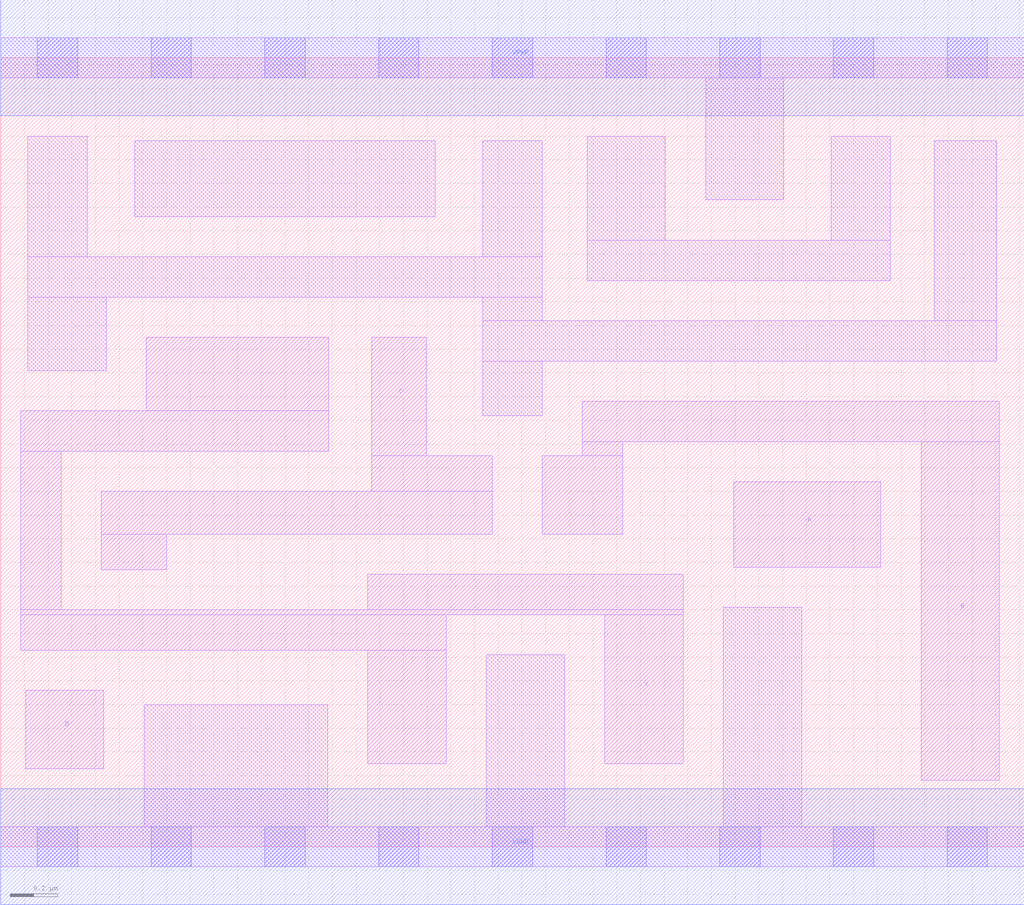
<source format=lef>
# Copyright 2020 The SkyWater PDK Authors
#
# Licensed under the Apache License, Version 2.0 (the "License");
# you may not use this file except in compliance with the License.
# You may obtain a copy of the License at
#
#     https://www.apache.org/licenses/LICENSE-2.0
#
# Unless required by applicable law or agreed to in writing, software
# distributed under the License is distributed on an "AS IS" BASIS,
# WITHOUT WARRANTIES OR CONDITIONS OF ANY KIND, either express or implied.
# See the License for the specific language governing permissions and
# limitations under the License.
#
# SPDX-License-Identifier: Apache-2.0

VERSION 5.7 ;
  NAMESCASESENSITIVE ON ;
  NOWIREEXTENSIONATPIN ON ;
  DIVIDERCHAR "/" ;
  BUSBITCHARS "[]" ;
UNITS
  DATABASE MICRONS 200 ;
END UNITS
MACRO sky130_fd_sc_hs__nor4_2
  CLASS CORE ;
  SOURCE USER ;
  FOREIGN sky130_fd_sc_hs__nor4_2 ;
  ORIGIN  0.000000  0.000000 ;
  SIZE  4.320000 BY  3.330000 ;
  SYMMETRY X Y ;
  SITE unit ;
  PIN A
    ANTENNAGATEAREA  0.447000 ;
    DIRECTION INPUT ;
    USE SIGNAL ;
    PORT
      LAYER li1 ;
        RECT 3.095000 1.180000 3.715000 1.540000 ;
    END
  END A
  PIN B
    ANTENNAGATEAREA  0.447000 ;
    DIRECTION INPUT ;
    USE SIGNAL ;
    PORT
      LAYER li1 ;
        RECT 2.285000 1.320000 2.625000 1.650000 ;
        RECT 2.455000 1.650000 2.625000 1.710000 ;
        RECT 2.455000 1.710000 4.215000 1.880000 ;
        RECT 3.885000 0.280000 4.215000 1.710000 ;
    END
  END B
  PIN C
    ANTENNAGATEAREA  0.447000 ;
    DIRECTION INPUT ;
    USE SIGNAL ;
    PORT
      LAYER li1 ;
        RECT 0.425000 1.170000 0.700000 1.320000 ;
        RECT 0.425000 1.320000 2.075000 1.500000 ;
        RECT 1.565000 1.500000 2.075000 1.650000 ;
        RECT 1.565000 1.650000 1.795000 2.150000 ;
    END
  END C
  PIN D
    ANTENNAGATEAREA  0.447000 ;
    DIRECTION INPUT ;
    USE SIGNAL ;
    PORT
      LAYER li1 ;
        RECT 0.105000 0.330000 0.435000 0.660000 ;
    END
  END D
  PIN Y
    ANTENNADIFFAREA  0.808000 ;
    DIRECTION OUTPUT ;
    USE SIGNAL ;
    PORT
      LAYER li1 ;
        RECT 0.085000 0.830000 1.880000 0.980000 ;
        RECT 0.085000 0.980000 2.880000 1.000000 ;
        RECT 0.085000 1.000000 0.255000 1.670000 ;
        RECT 0.085000 1.670000 1.385000 1.840000 ;
        RECT 0.615000 1.840000 1.385000 2.150000 ;
        RECT 1.550000 0.350000 1.880000 0.830000 ;
        RECT 1.550000 1.000000 2.880000 1.150000 ;
        RECT 2.550000 0.350000 2.880000 0.980000 ;
    END
  END Y
  PIN VGND
    DIRECTION INOUT ;
    USE GROUND ;
    PORT
      LAYER met1 ;
        RECT 0.000000 -0.245000 4.320000 0.245000 ;
    END
  END VGND
  PIN VPWR
    DIRECTION INOUT ;
    USE POWER ;
    PORT
      LAYER met1 ;
        RECT 0.000000 3.085000 4.320000 3.575000 ;
    END
  END VPWR
  OBS
    LAYER li1 ;
      RECT 0.000000 -0.085000 4.320000 0.085000 ;
      RECT 0.000000  3.245000 4.320000 3.415000 ;
      RECT 0.115000  2.010000 0.445000 2.320000 ;
      RECT 0.115000  2.320000 2.285000 2.490000 ;
      RECT 0.115000  2.490000 0.365000 3.000000 ;
      RECT 0.565000  2.660000 1.835000 2.980000 ;
      RECT 0.605000  0.085000 1.380000 0.600000 ;
      RECT 2.035000  1.820000 2.285000 2.050000 ;
      RECT 2.035000  2.050000 4.205000 2.220000 ;
      RECT 2.035000  2.220000 2.285000 2.320000 ;
      RECT 2.035000  2.490000 2.285000 2.980000 ;
      RECT 2.050000  0.085000 2.380000 0.810000 ;
      RECT 2.475000  2.390000 3.755000 2.560000 ;
      RECT 2.475000  2.560000 2.805000 3.000000 ;
      RECT 2.975000  2.730000 3.305000 3.245000 ;
      RECT 3.050000  0.085000 3.380000 1.010000 ;
      RECT 3.505000  2.560000 3.755000 3.000000 ;
      RECT 3.940000  2.220000 4.205000 2.980000 ;
    LAYER mcon ;
      RECT 0.155000 -0.085000 0.325000 0.085000 ;
      RECT 0.155000  3.245000 0.325000 3.415000 ;
      RECT 0.635000 -0.085000 0.805000 0.085000 ;
      RECT 0.635000  3.245000 0.805000 3.415000 ;
      RECT 1.115000 -0.085000 1.285000 0.085000 ;
      RECT 1.115000  3.245000 1.285000 3.415000 ;
      RECT 1.595000 -0.085000 1.765000 0.085000 ;
      RECT 1.595000  3.245000 1.765000 3.415000 ;
      RECT 2.075000 -0.085000 2.245000 0.085000 ;
      RECT 2.075000  3.245000 2.245000 3.415000 ;
      RECT 2.555000 -0.085000 2.725000 0.085000 ;
      RECT 2.555000  3.245000 2.725000 3.415000 ;
      RECT 3.035000 -0.085000 3.205000 0.085000 ;
      RECT 3.035000  3.245000 3.205000 3.415000 ;
      RECT 3.515000 -0.085000 3.685000 0.085000 ;
      RECT 3.515000  3.245000 3.685000 3.415000 ;
      RECT 3.995000 -0.085000 4.165000 0.085000 ;
      RECT 3.995000  3.245000 4.165000 3.415000 ;
  END
END sky130_fd_sc_hs__nor4_2
END LIBRARY

</source>
